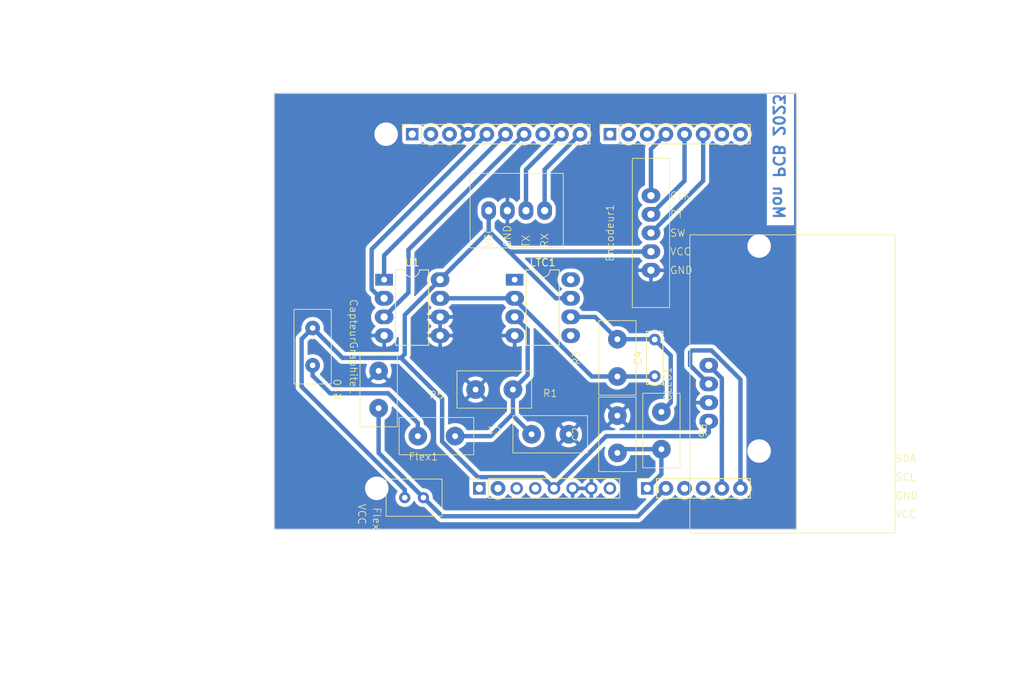
<source format=kicad_pcb>
(kicad_pcb (version 20221018) (generator pcbnew)
  (title_block (date "mar. 31 mars 2015"))
  (layers (0 "F.Cu" signal) (31 "B.Cu" signal) (34 "B.Paste" user) (35 "F.Paste" user) (36 "B.SilkS" user "B.Silkscreen") (37 "F.SilkS" user "F.Silkscreen") (38 "B.Mask" user) (39 "F.Mask" user) (44 "Edge.Cuts" user))
  (net 0 "")
  (net 1 "GND")
  (net 3 "+5V")
  (net 4 "/IOREF")
  (net 5 "/A0")
  (net 6 "/IN+")
  (net 7 "/A2")
  (net 8 "/A3")
  (net 9 "/AREF")
  (net 10 "/RX")
  (net 11 "/7")
  (net 12 "Net-(LTC1-OUT)")
  (net 13 "/SW")
  (net 14 "/DT")
  (net 15 "/CLK")
  (net 16 "/Flex")
  (net 17 "/*6")
  (net 18 "/*5")
  (net 19 "/TX{slash}1")
  (net 20 "/TX")
  (net 21 "/RX{slash}0")
  (net 22 "+3V3")
  (net 23 "VCC")
  (net 24 "/~{RESET}")
  (net 25 "/SCL")
  (net 26 "/SDA")
  (net 27 "/A5")
  (net 28 "/A4")
  (net 29 "Net-(J2-Pin_5)")
  (net 30 "Net-(J2-Pin_7)")
  (net 32 "Net-(LTC1--IN)")
  (net 35 "Net-(CapteurGraphite1-Flex)")
  (net 36 "/CS")
  (footprint "Connector_PinSocket_2.54mm:PinSocket_1x08_P2.54mm_Vertical" (layer "F.Cu") (at 127.94 97.46 90)
    (fp_text reference "J1" hide)
    (fp_text value "Power")
    (fp_line (start -1.33 1.27) (end -1.33 19.11) (stroke (width 0.12)) (layer "F.SilkS"))
    (fp_line (start -1.33 1.27) (end 1.33 1.27) (stroke (width 0.12)) (layer "F.SilkS"))
    (fp_line (start -1.33 19.11) (end 1.33 19.11) (stroke (width 0.12)) (layer "F.SilkS"))
    (fp_line (start 0 -1.33) (end 1.33 -1.33) (stroke (width 0.12)) (layer "F.SilkS"))
    (fp_line (start 1.33 -1.33) (end 1.33 0) (stroke (width 0.12)) (layer "F.SilkS"))
    (fp_line (start 1.33 1.27) (end 1.33 19.11) (stroke (width 0.12)) (layer "F.SilkS"))
    (pad "1" thru_hole rect locked (at 0 0 90) (size 1.7 1.7) (drill 1) (layers "*.Cu" "*.Mask"))
    (pad "2" thru_hole circle locked (at 0 2.54 90) (size 2 2) (drill 1) (layers "*.Cu" "*.Mask") (net 4 "/IOREF"))
    (pad "3" thru_hole oval locked (at 0 5.08 90) (size 1.7 1.7) (drill 1) (layers "*.Cu" "*.Mask") (net 24 "/~{RESET}"))
    (pad "4" thru_hole oval locked (at 0 7.62 90) (size 1.7 1.7) (drill 1) (layers "*.Cu" "*.Mask") (net 22 "+3V3"))
    (pad "5" thru_hole oval locked (at 0 10.16 90) (size 1.7 1.7) (drill 1) (layers "*.Cu" "*.Mask") (net 3 "+5V"))
    (pad "6" thru_hole oval locked (at 0 12.7 90) (size 1.7 1.7) (drill 1) (layers "*.Cu" "*.Mask") (net 1 "GND"))
    (pad "7" thru_hole oval locked (at 0 15.24 90) (size 1.7 1.7) (drill 1) (layers "*.Cu" "*.Mask") (net 1 "GND"))
    (pad "8" thru_hole oval locked (at 0 17.78 90) (size 1.7 1.7) (drill 1) (layers "*.Cu" "*.Mask") (net 23 "VCC"))
  )
  (footprint "Connector_PinSocket_2.54mm:PinSocket_1x06_P2.54mm_Vertical" (layer "F.Cu") (at 150.8 97.46 90)
    (fp_text reference "J3" hide)
    (fp_text value "Analog")
    (fp_line (start -1.33 1.27) (end -1.33 14.03) (stroke (width 0.12)) (layer "F.SilkS"))
    (fp_line (start -1.33 1.27) (end 1.33 1.27) (stroke (width 0.12)) (layer "F.SilkS"))
    (fp_line (start -1.33 14.03) (end 1.33 14.03) (stroke (width 0.12)) (layer "F.SilkS"))
    (fp_line (start 0 -1.33) (end 1.33 -1.33) (stroke (width 0.12)) (layer "F.SilkS"))
    (fp_line (start 1.33 -1.33) (end 1.33 0) (stroke (width 0.12)) (layer "F.SilkS"))
    (fp_line (start 1.33 1.27) (end 1.33 14.03) (stroke (width 0.12)) (layer "F.SilkS"))
    (pad "1" thru_hole rect locked (at 0 0 90) (size 1.7 1.7) (drill 1) (layers "*.Cu" "*.Mask") (net 5 "/A0"))
    (pad "2" thru_hole circle locked (at 0 2.54 90) (size 2 2) (drill 1) (layers "*.Cu" "*.Mask") (net 16 "/Flex"))
    (pad "3" thru_hole circle locked (at 0 5.08 90) (size 2 2) (drill 1) (layers "*.Cu" "*.Mask") (net 7 "/A2"))
    (pad "4" thru_hole circle locked (at 0 7.62 90) (size 2 2) (drill 1) (layers "*.Cu" "*.Mask") (net 8 "/A3"))
    (pad "5" thru_hole circle locked (at 0 10.16 90) (size 2 2) (drill 1) (layers "*.Cu" "*.Mask") (net 26 "/SDA"))
    (pad "6" thru_hole circle locked (at 0 12.7 90) (size 2 2) (drill 1) (layers "*.Cu" "*.Mask") (net 25 "/SCL"))
  )
  (footprint "Connector_PinSocket_2.54mm:PinSocket_1x10_P2.54mm_Vertical" (layer "F.Cu") (at 118.796 49.2 90)
    (fp_text reference "J2" hide)
    (fp_text value "Digital/PWM")
    (fp_line (start -1.33 1.27) (end -1.33 24.19) (stroke (width 0.12)) (layer "F.SilkS"))
    (fp_line (start -1.33 1.27) (end 1.33 1.27) (stroke (width 0.12)) (layer "F.SilkS"))
    (fp_line (start -1.33 24.19) (end 1.33 24.19) (stroke (width 0.12)) (layer "F.SilkS"))
    (fp_line (start 0 -1.33) (end 1.33 -1.33) (stroke (width 0.12)) (layer "F.SilkS"))
    (fp_line (start 1.33 -1.33) (end 1.33 0) (stroke (width 0.12)) (layer "F.SilkS"))
    (fp_line (start 1.33 1.27) (end 1.33 24.19) (stroke (width 0.12)) (layer "F.SilkS"))
    (pad "1" thru_hole rect locked (at 0 0 90) (size 1.7 1.7) (drill 1) (layers "*.Cu" "*.Mask") (net 27 "/A5"))
    (pad "2" thru_hole circle locked (at 0 2.54 90) (size 2 2) (drill 1) (layers "*.Cu" "*.Mask") (net 28 "/A4"))
    (pad "3" thru_hole circle locked (at 0 5.08 90) (size 2 2) (drill 1) (layers "*.Cu" "*.Mask") (net 9 "/AREF"))
    (pad "4" thru_hole circle locked (at 0 7.62 90) (size 2 2) (drill 1) (layers "*.Cu" "*.Mask") (net 1 "GND"))
    (pad "5" thru_hole circle locked (at 0 10.16 90) (size 2 2) (drill 1) (layers "*.Cu" "*.Mask") (net 29 "Net-(J2-Pin_5)"))
    (pad "6" thru_hole circle locked (at 0 12.7 90) (size 2 2) (drill 1) (layers "*.Cu" "*.Mask") (net 36 "/CS"))
    (pad "7" thru_hole circle locked (at 0 15.24 90) (size 2 2) (drill 1) (layers "*.Cu" "*.Mask") (net 30 "Net-(J2-Pin_7)"))
    (pad "8" thru_hole circle locked (at 0 17.78 90) (size 2 2) (drill 1) (layers "*.Cu" "*.Mask"))
    (pad "9" thru_hole circle locked (at 0 20.32 90) (size 2 2) (drill 1) (layers "*.Cu" "*.Mask") (net 20 "/TX"))
    (pad "10" thru_hole circle locked (at 0 22.86 90) (size 2 2) (drill 1) (layers "*.Cu" "*.Mask") (net 10 "/RX"))
  )
  (footprint "Connector_PinSocket_2.54mm:PinSocket_1x08_P2.54mm_Vertical" (layer "F.Cu") (at 145.72 49.2 90)
    (fp_text reference "J4" hide)
    (fp_text value "Digital/PWM")
    (fp_line (start -1.33 1.27) (end -1.33 19.11) (stroke (width 0.12)) (layer "F.SilkS"))
    (fp_line (start -1.33 1.27) (end 1.33 1.27) (stroke (width 0.12)) (layer "F.SilkS"))
    (fp_line (start -1.33 19.11) (end 1.33 19.11) (stroke (width 0.12)) (layer "F.SilkS"))
    (fp_line (start 0 -1.33) (end 1.33 -1.33) (stroke (width 0.12)) (layer "F.SilkS"))
    (fp_line (start 1.33 -1.33) (end 1.33 0) (stroke (width 0.12)) (layer "F.SilkS"))
    (fp_line (start 1.33 1.27) (end 1.33 19.11) (stroke (width 0.12)) (layer "F.SilkS"))
    (pad "1" thru_hole rect locked (at 0 0 90) (size 1.7 1.7) (drill 1) (layers "*.Cu" "*.Mask") (net 11 "/7"))
    (pad "2" thru_hole circle locked (at 0 2.54 90) (size 2 2) (drill 1) (layers "*.Cu" "*.Mask") (net 17 "/*6"))
    (pad "3" thru_hole circle locked (at 0 5.08 90) (size 2 2) (drill 1) (layers "*.Cu" "*.Mask") (net 18 "/*5"))
    (pad "4" thru_hole circle locked (at 0 7.62 90) (size 2 2) (drill 1) (layers "*.Cu" "*.Mask") (net 15 "/CLK"))
    (pad "5" thru_hole circle locked (at 0 10.16 90) (size 2 2) (drill 1) (layers "*.Cu" "*.Mask") (net 14 "/DT"))
    (pad "6" thru_hole circle locked (at 0 12.7 90) (size 2 2) (drill 1) (layers "*.Cu" "*.Mask") (net 13 "/SW"))
    (pad "7" thru_hole circle locked (at 0 15.24 90) (size 2 2) (drill 1) (layers "*.Cu" "*.Mask") (net 19 "/TX{slash}1"))
    (pad "8" thru_hole circle locked (at 0 17.78 90) (size 2 2) (drill 1) (layers "*.Cu" "*.Mask") (net 21 "/RX{slash}0"))
  )
  (footprint "Capacitor_THT:C_Rect_L7.0mm_W2.0mm_P5.00mm" (layer "F.Cu") (at 151.816 82.18 90)
    (fp_text reference "C4" (at 2.5 -2.25 90) (layer "F.SilkS"))
    (fp_text value "100µ")
    (fp_line (start -1.12 -1.12) (end -1.12 1.12) (stroke (width 0.12)) (layer "F.SilkS"))
    (fp_line (start -1.12 -1.12) (end 6.12 -1.12) (stroke (width 0.12)) (layer "F.SilkS"))
    (fp_line (start -1.12 1.12) (end 6.12 1.12) (stroke (width 0.12)) (layer "F.SilkS"))
    (fp_line (start 6.12 -1.12) (end 6.12 1.12) (stroke (width 0.12)) (layer "F.SilkS"))
    (pad "1" thru_hole circle (at 0 0 90) (size 1.6 1.6) (drill 0.8) (layers "*.Cu" "*.Mask") (net 32 "Net-(LTC1--IN)"))
    (pad "2" thru_hole circle (at 5 0 90) (size 1.6 1.6) (drill 0.8) (layers "*.Cu" "*.Mask") (net 12 "Net-(LTC1-OUT)"))
  )
  (footprint "Library_Capteur:CAPA" (layer "F.Cu") (at 122.098 85.268)
    (fp_text reference "R5" (at 0 -0.5 unlocked) (layer "F.SilkS") (effects (font (thickness 0.1))))
    (fp_text value "10k")
    (fp_rect (start 5.08 7.62) (end -5.08 2.54) (stroke (width 0.1)) (fill none) (layer "F.SilkS"))
    (pad "1" thru_hole circle (at -2.54 5.08) (size 2.54 2.54) (drill 0.8) (layers "*.Cu" "*.Mask") (net 35 "Net-(CapteurGraphite1-Flex)"))
    (pad "2" thru_hole circle (at 2.54 5.08) (size 2.54 2.54) (drill 0.8) (layers "*.Cu" "*.Mask") (net 6 "/IN+"))
  )
  (footprint "Library_Capteur:CAPA" (layer "F.Cu") (at 157.812 89.586 -90)
    (fp_text reference "R6" (at 0 -0.5 -90 unlocked) (layer "F.SilkS") (effects (font (thickness 0.1))))
    (fp_text value "1k")
    (fp_rect (start 5.08 7.62) (end -5.08 2.54) (stroke (width 0.1)) (fill none) (layer "F.SilkS"))
    (pad "1" thru_hole circle (at -2.54 5.08 270) (size 2.54 2.54) (drill 0.8) (layers "*.Cu" "*.Mask") (net 12 "Net-(LTC1-OUT)"))
    (pad "2" thru_hole circle (at 2.54 5.08 270) (size 2.54 2.54) (drill 0.8) (layers "*.Cu" "*.Mask") (net 5 "/A0"))
  )
  (footprint "Library_Capteur:CAPA" (layer "F.Cu") (at 137.592 85.014)
    (fp_text reference "R1" (at 0 -0.5 unlocked) (layer "F.SilkS") (effects (font (thickness 0.1))))
    (fp_text value "100k")
    (fp_rect (start 5.08 7.62) (end -5.08 2.54) (stroke (width 0.1)) (fill none) (layer "F.SilkS"))
    (pad "1" thru_hole circle (at -2.54 5.08) (size 2.54 2.54) (drill 0.8) (layers "*.Cu" "*.Mask") (net 6 "/IN+"))
    (pad "2" thru_hole circle (at 2.54 5.08) (size 2.54 2.54) (drill 0.8) (layers "*.Cu" "*.Mask") (net 1 "GND"))
  )
  (footprint "Arduino_MountingHole:MountingHole_3.2mm" (layer "F.Cu") (at 115.24 49.2)
    (fp_text reference "MH1" hide)
    (fp_text value "MountingHole_3.2mm" hide)
    (pad "" np_thru_hole circle locked (at 0 0) (size 3.2 3.2) (drill 3.2) (layers "*.Cu" "*.Mask"))
  )
  (footprint "Library_Capteur:Encodeur" (layer "F.Cu") (at 146.228 62.662 90)
    (fp_text reference "Encodeur1" (at 0 -0.5 90 unlocked) (layer "F.SilkS") (effects (font (thickness 0.1))))
    (fp_text value "~")
    (fp_text user "SW" (at 0 7.62 unlocked) (layer "F.SilkS") (effects (font (thickness 0.1)) (justify left)))
    (fp_text user "VCC" (at -2.54 7.62 unlocked) (layer "F.SilkS") (effects (font (thickness 0.1)) (justify left)))
    (fp_text user "GND" (at -5.08 7.62 unlocked) (layer "F.SilkS") (effects (font (thickness 0.1)) (justify left)))
    (fp_text user "CLK" (at 5.08 7.62 unlocked) (layer "F.SilkS") (effects (font (thickness 0.1)) (justify left)))
    (fp_text user "DT" (at 2.54 7.62 unlocked) (layer "F.SilkS") (effects (font (thickness 0.1)) (justify left)))
    (fp_rect (start -10.16 2.54) (end 10.16 7.62) (stroke (width 0.1)) (fill none) (layer "F.SilkS"))
    (pad "1" thru_hole oval (at -5.08 5.08 90) (size 2 2.54) (drill 1) (layers "*.Cu" "*.Mask") (net 1 "GND"))
    (pad "2" thru_hole oval (at -2.54 5.08 90) (size 2 2.54) (drill 1) (layers "*.Cu" "*.Mask") (net 3 "+5V"))
    (pad "3" thru_hole oval (at 0 5.08 90) (size 2 2.54) (drill 1) (layers "*.Cu" "*.Mask") (net 13 "/SW"))
    (pad "4" thru_hole oval (at 2.54 5.08 90) (size 2 2.54) (drill 1) (layers "*.Cu" "*.Mask") (net 14 "/DT"))
    (pad "5" thru_hole oval (at 5.08 5.08 90) (size 2 2.54) (drill 1) (layers "*.Cu" "*.Mask") (net 15 "/CLK"))
  )
  (footprint "Library_Capteur:CAPA" (layer "F.Cu") (at 141.656 90.094 90)
    (fp_text reference "C2" (at 0 -0.5 90 unlocked) (layer "F.SilkS") (effects (font (thickness 0.1))))
    (fp_text value "100n")
    (fp_rect (start 5.08 7.62) (end -5.08 2.54) (stroke (width 0.1)) (fill none) (layer "F.SilkS"))
    (pad "1" thru_hole circle (at -2.54 5.08 90) (size 2.54 2.54) (drill 0.8) (layers "*.Cu" "*.Mask") (net 5 "/A0"))
    (pad "2" thru_hole circle (at 2.54 5.08 90) (size 2.54 2.54) (drill 0.8) (layers "*.Cu" "*.Mask") (net 1 "GND"))
  )
  (footprint "Library_Capteur:CAPA" (layer "F.Cu") (at 141.656 79.68 90)
    (fp_text reference "R3" (at 0 -0.5 90 unlocked) (layer "F.SilkS") (effects (font (thickness 0.1))))
    (fp_text value "100k")
    (fp_rect (start 5.08 7.62) (end -5.08 2.54) (stroke (width 0.1)) (fill none) (layer "F.SilkS"))
    (pad "1" thru_hole circle (at -2.54 5.08 90) (size 2.54 2.54) (drill 0.8) (layers "*.Cu" "*.Mask") (net 32 "Net-(LTC1--IN)"))
    (pad "2" thru_hole circle (at 2.54 5.08 90) (size 2.54 2.54) (drill 0.8) (layers "*.Cu" "*.Mask") (net 12 "Net-(LTC1-OUT)"))
  )
  (footprint "Package_DIP:DIP-8_W7.62mm_LongPads" (layer "F.Cu") (at 132.751 69.022)
    (fp_text reference "LTC1" (at 3.81 -2.33) (layer "F.SilkS"))
    (fp_text value "~")
    (fp_line (start 1.56 -1.33) (end 1.56 8.95) (stroke (width 0.12)) (layer "F.SilkS"))
    (fp_line (start 1.56 8.95) (end 6.06 8.95) (stroke (width 0.12)) (layer "F.SilkS"))
    (fp_line (start 2.81 -1.33) (end 1.56 -1.33) (stroke (width 0.12)) (layer "F.SilkS"))
    (fp_line (start 6.06 -1.33) (end 4.81 -1.33) (stroke (width 0.12)) (layer "F.SilkS"))
    (fp_line (start 6.06 8.95) (end 6.06 -1.33) (stroke (width 0.12)) (layer "F.SilkS"))
    (fp_arc (start 4.81 -1.33) (mid 3.81 -0.33) (end 2.81 -1.33) (stroke (width 0.12)) (layer "F.SilkS"))
    (pad "1" thru_hole rect (at 0 0) (size 2.4 1.6) (drill 0.8) (layers "*.Cu" "*.Mask"))
    (pad "2" thru_hole oval (at 0 2.54) (size 2.54 2) (drill 1) (layers "*.Cu" "*.Mask") (net 32 "Net-(LTC1--IN)"))
    (pad "3" thru_hole oval (at 0 5.08) (size 2.54 2) (drill 1) (layers "*.Cu" "*.Mask") (net 6 "/IN+"))
    (pad "4" thru_hole oval (at 0 7.62) (size 2.54 2) (drill 1) (layers "*.Cu" "*.Mask") (net 1 "GND"))
    (pad "5" thru_hole oval (at 7.62 7.62) (size 2.54 2) (drill 1) (layers "*.Cu" "*.Mask"))
    (pad "6" thru_hole oval (at 7.62 5.08) (size 2.54 2) (drill 1) (layers "*.Cu" "*.Mask") (net 12 "Net-(LTC1-OUT)"))
    (pad "7" thru_hole oval (at 7.62 2.54) (size 2.54 2) (drill 1) (layers "*.Cu" "*.Mask") (net 3 "+5V"))
    (pad "8" thru_hole oval (at 7.62 0) (size 2.54 2) (drill 1) (layers "*.Cu" "*.Mask"))
  )
  (footprint "Library_Capteur:Bluetooth" (layer "F.Cu") (at 134.29 62.154)
    (fp_text reference "HC-1" hide)
    (fp_text value "~" hide)
    (fp_text user "TX" (at 0 2.54 90 unlocked) (layer "F.SilkS") (effects (font (thickness 0.1)) (justify left)))
    (fp_text user "GND" (at -2.54 2.54 90 unlocked) (layer "F.SilkS") (effects (font (thickness 0.1)) (justify left)))
    (fp_text user "RX" (at 2.54 2.54 90 unlocked) (layer "F.SilkS") (effects (font (thickness 0.1)) (justify left)))
    (fp_text user "VCC" (at -5.08 2.54 90 unlocked) (layer "F.SilkS") (effects (font (thickness 0.1)) (justify left)))
    (fp_rect (start 5.08 2.54) (end -7.62 -7.62) (stroke (width 0.1)) (fill none) (layer "F.SilkS"))
    (pad "1" thru_hole oval (at -5.08 -2.54) (size 2 2.54) (drill 1) (layers "*.Cu" "*.Mask") (net 3 "+5V"))
    (pad "2" thru_hole oval (at -2.54 -2.54) (size 2 2.54) (drill 1) (layers "*.Cu" "*.Mask") (net 1 "GND"))
    (pad "3" thru_hole oval (at 0 -2.54) (size 2 2.54) (drill 1) (layers "*.Cu" "*.Mask") (net 20 "/TX"))
    (pad "4" thru_hole oval (at 2.54 -2.54) (size 2 2.54) (drill 1) (layers "*.Cu" "*.Mask") (net 10 "/RX"))
  )
  (footprint "Library_Capteur:Graphite" (layer "F.Cu") (at 110.314 78.156 -90)
    (fp_text reference "CapteurGraphite1" (at 0 -0.5 -90 unlocked) (layer "F.SilkS") (effects (font (thickness 0.1))))
    (fp_text value "~")
    (fp_rect (start -5.08 2.54) (end 5.08 7.62) (stroke (width 0.1)) (fill none) (layer "F.SilkS"))
    (pad "1" thru_hole circle (at -2.54 5.08 270) (size 2 2) (drill 0.762) (layers "*.Cu" "*.Mask") (net 3 "+5V"))
    (pad "2" thru_hole circle (at 2.54 5.08 270) (size 2 2) (drill 0.762) (layers "*.Cu" "*.Mask") (net 35 "Net-(CapteurGraphite1-Flex)"))
  )
  (footprint "Library_Capteur:CAPA" (layer "F.Cu") (at 129.972 89.078 180)
    (fp_text reference "C1" (at 0 -0.5 180 unlocked) (layer "F.SilkS") (effects (font (thickness 0.1))))
    (fp_text value "100n")
    (fp_rect (start 5.08 7.62) (end -5.08 2.54) (stroke (width 0.1)) (fill none) (layer "F.SilkS"))
    (pad "1" thru_hole circle (at -2.54 5.08 180) (size 2.54 2.54) (drill 0.8) (layers "*.Cu" "*.Mask") (net 6 "/IN+"))
    (pad "2" thru_hole circle (at 2.54 5.08 180) (size 2.54 2.54) (drill 0.8) (layers "*.Cu" "*.Mask") (net 1 "GND"))
  )
  (footprint "Library_Capteur:OLED" (layer "F.Cu") (at 176.922 95.936 90)
    (fp_text reference "OLED1" (at 12.7 -23.32 90 unlocked) (layer "F.SilkS") (effects (font (thickness 0.1))))
    (fp_text value "~")
    (fp_text user "SDA" (at 2.54 7.62 unlocked) (layer "F.SilkS") (effects (font (thickness 0.1)) (justify left)))
    (fp_text user "VCC" (at -5.08 7.62 unlocked) (layer "F.SilkS") (effects (font (thickness 0.1)) (justify left)))
    (fp_text user "GND" (at -2.54 7.62 unlocked) (layer "F.SilkS") (effects (font (thickness 0.1)) (justify left)))
    (fp_text user "SCL" (at 0 7.62 unlocked) (layer "F.SilkS") (effects (font (thickness 0.1)) (justify left)))
    (fp_rect (start -7.62 7.62) (end 33.02 -20.32) (stroke (width 0.1)) (fill none) (layer "F.SilkS"))
    (pad "1" thru_hole oval (at 7.62 -17.74 90) (size 2 2.54) (drill 1) (layers "*.Cu" "*.Mask") (net 3 "+5V"))
    (pad "2" thru_hole oval (at 10.16 -17.74 90) (size 2 2.54) (drill 1) (layers "*.Cu" "*.Mask") (net 1 "GND"))
    (pad "3" thru_hole oval (at 12.7 -17.74 90) (size 2 2.54) (drill 1) (layers "*.Cu" "*.Mask") (net 25 "/SCL"))
    (pad "4" thru_hole oval (at 15.24 -17.74 90) (size 2 2.54) (drill 1) (layers "*.Cu" "*.Mask") (net 26 "/SDA"))
  )
  (footprint "Library_Capteur:Flex" (layer "F.Cu") (at 120.32 93.65)
    (fp_text reference "Flex1" (at 0 -0.5 unlocked) (layer "F.SilkS") (effects (font (thickness 0.1))))
    (fp_text value "~")
    (fp_text user "VCC" (at -8.382 5.842 270 unlocked) (layer "F.SilkS") (effects (font (thickness 0.1)) (justify left)))
    (fp_text user "Flex" (at -6.35 6.35 270 unlocked) (layer "F.SilkS") (effects (font (thickness 0.1)) (justify left)))
    (fp_rect (start 2.54 7.62) (end -5.08 2.54) (stroke (width 0.1)) (fill none) (layer "F.SilkS"))
    (pad "1" thru_hole circle (at -2.54 5.08) (size 1.524 1.524) (drill 0.762) (layers "*.Cu" "*.Mask") (net 3 "+5V"))
    (pad "2" thru_hole circle (at 0 5.08) (size 1.524 1.524) (drill 0.762) (layers "*.Cu" "*.Mask") (net 16 "/Flex"))
  )
  (footprint "Arduino_MountingHole:MountingHole_3.2mm" (layer "F.Cu") (at 113.97 97.46)
    (fp_text reference "MH2" hide)
    (fp_text value "MountingHole_3.2mm" hide)
    (pad "" np_thru_hole circle locked (at 0 0) (size 3.2 3.2) (drill 3.2) (layers "*.Cu" "*.Mask"))
  )
  (footprint "Arduino_MountingHole:MountingHole_3.2mm" (layer "F.Cu") (at 166.04 64.44)
    (fp_text reference "MH3" hide)
    (fp_text value "MountingHole_3.2mm" hide)
    (pad "" np_thru_hole circle locked (at 0 0) (size 3.2 3.2) (drill 3.2) (layers "*.Cu" "*.Mask"))
  )
  (footprint "Library_Capteur:CAPA" (layer "F.Cu") (at 109.144 83.998 90)
    (fp_text reference "R10" (at 0 -0.5 90 unlocked) (layer "F.SilkS") (effects (font (thickness 0.1))))
    (fp_text value "x")
    (fp_rect (start 5.08 7.62) (end -5.08 2.54) (stroke (width 0.1)) (fill none) (layer "F.SilkS"))
    (pad "1" thru_hole circle (at -2.54 5.08 90) (size 2.54 2.54) (drill 0.8) (layers "*.Cu" "*.Mask") (net 16 "/Flex"))
    (pad "2" thru_hole circle (at 2.54 5.08 90) (size 2.54 2.54) (drill 0.8) (layers "*.Cu" "*.Mask") (net 1 "GND"))
  )
  (footprint "Arduino_MountingHole:MountingHole_3.2mm" (layer "F.Cu") (at 166.04 92.38)
    (fp_text reference "MH4" hide)
    (fp_text value "MountingHole_3.2mm" hide)
    (pad "" np_thru_hole circle locked (at 0 0) (size 3.2 3.2) (drill 3.2) (layers "*.Cu" "*.Mask"))
  )
  (footprint "Package_DIP:DIP-8_W7.62mm_LongPads" (layer "F.Cu") (at 114.971 69.022)
    (fp_text reference "U1" (at 3.81 -2.33) (layer "F.SilkS"))
    (fp_text value "MCP41050")
    (fp_line (start 1.56 -1.33) (end 1.56 8.95) (stroke (width 0.12)) (layer "F.SilkS"))
    (fp_line (start 1.56 8.95) (end 6.06 8.95) (stroke (width 0.12)) (layer "F.SilkS"))
    (fp_line (start 2.81 -1.33) (end 1.56 -1.33) (stroke (width 0.12)) (layer "F.SilkS"))
    (fp_line (start 6.06 -1.33) (end 4.81 -1.33) (stroke (width 0.12)) (layer "F.SilkS"))
    (fp_line (start 6.06 8.95) (end 6.06 -1.33) (stroke (width 0.12)) (layer "F.SilkS"))
    (fp_arc (start 4.81 -1.33) (mid 3.81 -0.33) (end 2.81 -1.33) (stroke (width 0.12)) (layer "F.SilkS"))
    (pad "1" thru_hole rect (at 0 0) (size 2.4 1.6) (drill 0.8) (layers "*.Cu" "*.Mask") (net 36 "/CS"))
    (pad "2" thru_hole oval (at 0 2.54) (size 2.54 2) (drill 1) (layers "*.Cu" "*.Mask") (net 29 "Net-(J2-Pin_5)"))
    (pad "3" thru_hole oval (at 0 5.08) (size 2.54 2) (drill 1) (layers "*.Cu" "*.Mask") (net 30 "Net-(J2-Pin_7)"))
    (pad "4" thru_hole oval (at 0 7.62) (size 2.54 2) (drill 1) (layers "*.Cu" "*.Mask") (net 1 "GND"))
    (pad "5" thru_hole oval (at 7.62 7.62) (size 2.54 2) (drill 1) (layers "*.Cu" "*.Mask") (net 1 "GND"))
    (pad "6" thru_hole oval (at 7.62 5.08) (size 2.54 2) (drill 1) (layers "*.Cu" "*.Mask") (net 1 "GND"))
    (pad "7" thru_hole oval (at 7.62 2.54) (size 2.54 2) (drill 1) (layers "*.Cu" "*.Mask") (net 32 "Net-(LTC1--IN)"))
    (pad "8" thru_hole oval (at 7.62 0) (size 2.54 2) (drill 1) (layers "*.Cu" "*.Mask") (net 3 "+5V"))
  )
  (gr_line (start 100 99.238) (end 100 47.422) (stroke (width 0.15)) (layer "Edge.Cuts"))
  (gr_line (start 100 47.422) (end 100 43.612) (stroke (width 0.15)) (layer "Edge.Cuts"))
  (gr_line (start 100 43.612) (end 171.12 43.612) (stroke (width 0.15)) (layer "Edge.Cuts"))
  (gr_line (start 100 103.048) (end 171.12 103.048) (stroke (width 0.15)) (layer "Edge.Cuts"))
  (gr_line (start 100 99.238) (end 100 103.048) (stroke (width 0.15)) (layer "Edge.Cuts"))
  (gr_line (start 171.12 43.612) (end 171.12 103.048) (stroke (width 0.15)) (layer "Edge.Cuts"))
  (gr_text "Mon PCB 2023" (at 167.818 60.884 -90) (layer "B.Cu") (effects (font (size 1.5 1.5) (thickness 0.3) bold) (justify left bottom mirror)))
  (segment (start 151.308 65.202) (end 132.009 65.202) (width 0.6) (layer "B.Cu") (net 3))
  (segment (start 109.298 79.68) (end 105.234 75.616) (width 0.6) (layer "B.Cu") (net 3))
  (segment (start 132.0065 65.1995) (end 129.21 62.403) (width 0.6) (layer "B.Cu") (net 3))
  (segment (start 129.21 62.403) (end 122.591 69.022) (width 0.6) (layer "B.Cu") (net 3))
  (segment (start 159.182 88.316) (end 159.182 89.84) (width 0.6) (layer "B.Cu") (net 3))
  (segment (start 145.204 90.356) (end 138.1 97.46) (width 0.6) (layer "B.Cu") (net 3))
  (segment (start 132.009 65.202) (end 132.0065 65.1995) (width 0.6) (layer "B.Cu") (net 3))
  (segment (start 159.182 89.84) (end 158.666 90.356) (width 0.6) (layer "B.Cu") (net 3))
  (segment (start 122.591 69.022) (end 117.78 73.833) (width 0.6) (layer "B.Cu") (net 3))
  (segment (start 140.371 71.562) (end 138.369 71.562) (width 0.6) (layer "B.Cu") (net 3))
  (segment (start 136.576 95.936) (end 138.1 97.46) (width 0.6) (layer "B.Cu") (net 3))
  (segment (start 122.868 85.276) (end 122.868 91.081159) (width 0.6) (layer "B.Cu") (net 3))
  (segment (start 122.868 91.081159) (end 127.722841 95.936) (width 0.6) (layer "B.Cu") (net 3))
  (segment (start 117.78 79.172) (end 117.272 79.68) (width 0.6) (layer "B.Cu") (net 3))
  (segment (start 138.369 71.562) (end 132.0065 65.1995) (width 0.6) (layer "B.Cu") (net 3))
  (segment (start 117.78 97.65237) (end 103.734 83.60637) (width 0.6) (layer "B.Cu") (net 3))
  (segment (start 117.272 79.68) (end 122.868 85.276) (width 0.6) (layer "B.Cu") (net 3))
  (segment (start 117.78 73.833) (end 117.78 79.172) (width 0.6) (layer "B.Cu") (net 3))
  (segment (start 129.21 59.614) (end 129.21 62.403) (width 0.6) (layer "B.Cu") (net 3))
  (segment (start 103.734 77.116) (end 105.234 75.616) (width 0.6) (layer "B.Cu") (net 3))
  (segment (start 117.78 98.73) (end 117.78 97.65237) (width 0.6) (layer "B.Cu") (net 3))
  (segment (start 117.272 79.68) (end 109.298 79.68) (width 0.6) (layer "B.Cu") (net 3))
  (segment (start 127.722841 95.936) (end 136.576 95.936) (width 0.6) (layer "B.Cu") (net 3))
  (segment (start 103.734 83.60637) (end 103.734 77.116) (width 0.6) (layer "B.Cu") (net 3))
  (segment (start 158.666 90.356) (end 145.204 90.356) (width 0.6) (layer "B.Cu") (net 3))
  (segment (start 152.732 92.126) (end 147.244 92.126) (width 0.6) (layer "B.Cu") (net 5))
  (segment (start 147.244 92.126) (end 146.736 92.634) (width 0.6) (layer "B.Cu") (net 5))
  (segment (start 152.732 95.528) (end 150.8 97.46) (width 0.6) (layer "B.Cu") (net 5))
  (segment (start 152.732 92.126) (end 152.732 95.528) (width 0.6) (layer "B.Cu") (net 5))
  (segment (start 132.512 87.3) (end 132.512 87.554) (width 0.6) (layer "B.Cu") (net 6))
  (segment (start 132.751 74.102) (end 134.521 75.872) (width 0.6) (layer "B.Cu") (net 6))
  (segment (start 132.512 83.998) (end 132.512 87.3) (width 0.6) (layer "B.Cu") (net 6))
  (segment (start 129.464 90.348) (end 132.512 87.3) (width 0.6) (layer "B.Cu") (net 6))
  (segment (start 124.638 90.348) (end 129.464 90.348) (width 0.6) (layer "B.Cu") (net 6))
  (segment (start 134.521 81.989) (end 132.512 83.998) (width 0.6) (layer "B.Cu") (net 6))
  (segment (start 134.521 75.872) (end 134.521 81.989) (width 0.6) (layer "B.Cu") (net 6))
  (segment (start 132.512 87.554) (end 135.052 90.094) (width 0.6) (layer "B.Cu") (net 6))
  (segment (start 136.83 54.026) (end 141.656 49.2) (width 0.6) (layer "B.Cu") (net 10))
  (segment (start 136.83 59.614) (end 136.83 54.026) (width 0.6) (layer "B.Cu") (net 10))
  (segment (start 154.002 79.366) (end 151.816 77.18) (width 0.6) (layer "B.Cu") (net 12))
  (segment (start 143.698 74.102) (end 146.736 77.14) (width 0.6) (layer "B.Cu") (net 12))
  (segment (start 146.736 77.14) (end 151.776 77.14) (width 0.6) (layer "B.Cu") (net 12))
  (segment (start 140.371 74.102) (end 143.698 74.102) (width 0.6) (layer "B.Cu") (net 12))
  (segment (start 152.732 87.046) (end 154.002 85.776) (width 0.6) (layer "B.Cu") (net 12))
  (segment (start 154.002 85.776) (end 154.002 79.366) (width 0.6) (layer "B.Cu") (net 12))
  (segment (start 151.776 77.14) (end 151.816 77.18) (width 0.6) (layer "B.Cu") (net 12))
  (segment (start 151.308 62.662) (end 158.42 55.55) (width 0.6) (layer "B.Cu") (net 13))
  (segment (start 158.42 55.55) (end 158.42 49.2) (width 0.6) (layer "B.Cu") (net 13))
  (segment (start 155.88 55.55) (end 155.88 49.2) (width 0.6) (layer "B.Cu") (net 14))
  (segment (start 151.308 60.122) (end 155.88 55.55) (width 0.6) (layer "B.Cu") (net 14))
  (segment (start 151.308 51.232) (end 153.34 49.2) (width 0.6) (layer "B.Cu") (net 15))
  (segment (start 151.308 57.582) (end 151.308 51.232) (width 0.6) (layer "B.Cu") (net 15))
  (segment (start 153.34 97.46) (end 149.53 101.27) (width 0.6) (layer "B.Cu") (net 16))
  (segment (start 114.224 92.634) (end 114.224 86.538) (width 0.6) (layer "B.Cu") (net 16))
  (segment (start 120.32 98.73) (end 114.224 92.634) (width 0.6) (layer "B.Cu") (net 16))
  (segment (start 122.86 101.27) (end 120.32 98.73) (width 0.6) (layer "B.Cu") (net 16))
  (segment (start 149.53 101.27) (end 122.86 101.27) (width 0.6) (layer "B.Cu") (net 16))
  (segment (start 134.29 59.614) (end 134.29 54.026) (width 0.6) (layer "B.Cu") (net 20))
  (segment (start 134.29 54.026) (end 139.116 49.2) (width 0.6) (layer "B.Cu") (net 20))
  (segment (start 159.54132 78.664) (end 163.5 82.62268) (width 0.6) (layer "B.Cu") (net 25))
  (segment (start 159.182 83.236) (end 156.642 80.696) (width 0.6) (layer "B.Cu") (net 25))
  (segment (start 156.896 78.664) (end 159.54132 78.664) (width 0.6) (layer "B.Cu") (net 25))
  (segment (start 156.642 80.696) (end 156.642 78.918) (width 0.6) (layer "B.Cu") (net 25))
  (segment (start 163.5 82.62268) (end 163.5 97.46) (width 0.6) (layer "B.Cu") (net 25))
  (segment (start 156.642 78.918) (end 156.896 78.664) (width 0.6) (layer "B.Cu") (net 25))
  (segment (start 159.182 80.696) (end 160.96 82.474) (width 0.6) (layer "B.Cu") (net 26))
  (segment (start 160.96 82.474) (end 160.96 97.46) (width 0.6) (layer "B.Cu") (net 26))
  (segment (start 114.971 71.562) (end 114.511 71.562) (width 0.6) (layer "B.Cu") (net 29))
  (segment (start 113.271 64.885) (end 128.956 49.2) (width 0.6) (layer "B.Cu") (net 29))
  (segment (start 114.511 71.562) (end 113.271 70.322) (width 0.6) (layer "B.Cu") (net 29))
  (segment (start 113.271 70.322) (end 113.271 64.885) (width 0.6) (layer "B.Cu") (net 29))
  (segment (start 134.036 49.2) (end 118.288 64.948) (width 0.6) (layer "B.Cu") (net 30))
  (segment (start 118.288 64.948) (end 118.288 70.785) (width 0.6) (layer "B.Cu") (net 30))
  (segment (start 118.288 70.785) (end 114.971 74.102) (width 0.6) (layer "B.Cu") (net 30))
  (segment (start 122.591 71.562) (end 132.751 71.562) (width 0.6) (layer "B.Cu") (net 32))
  (segment (start 146.736 82.22) (end 151.776 82.22) (width 0.6) (layer "B.Cu") (net 32))
  (segment (start 143.26032 82.22) (end 132.751 71.71068) (width 0.6) (layer "B.Cu") (net 32))
  (segment (start 151.776 82.22) (end 151.816 82.18) (width 0.6) (layer "B.Cu") (net 32))
  (segment (start 132.751 71.71068) (end 132.751 71.562) (width 0.6) (layer "B.Cu") (net 32))
  (segment (start 146.736 82.22) (end 143.26032 82.22) (width 0.6) (layer "B.Cu") (net 32))
  (segment (start 119.558 88.551949) (end 115.512051 84.506) (width 0.6) (layer "B.Cu") (net 35))
  (segment (start 107.62 84.506) (end 105.234 82.12) (width 0.6) (layer "B.Cu") (net 35))
  (segment (start 115.512051 84.506) (end 107.62 84.506) (width 0.6) (layer "B.Cu") (net 35))
  (segment (start 105.234 82.12) (end 105.234 80.696) (width 0.6) (layer "B.Cu") (net 35))
  (segment (start 119.558 90.348) (end 119.558 88.551949) (width 0.6) (layer "B.Cu") (net 35))
  (segment (start 114.971 69.022) (end 114.971 65.725) (width 0.6) (layer "B.Cu") (net 36))
  (segment (start 114.971 65.725) (end 131.496 49.2) (width 0.6) (layer "B.Cu") (net 36))
  (zone (net 1) (net_name "GND") (layer "B.Cu") (connect_pads (clearance 0.508)) (min_thickness 0.254) (fill yes (thermal_gap 0.508) (thermal_bridge_width 0.508))
    (polygon (pts (xy 76.378 33.96) (xy 198.806 30.912) (xy 202.108 124.638) (xy 76.886 123.114) (xy 62.662 33.706)))
  )
)
</source>
